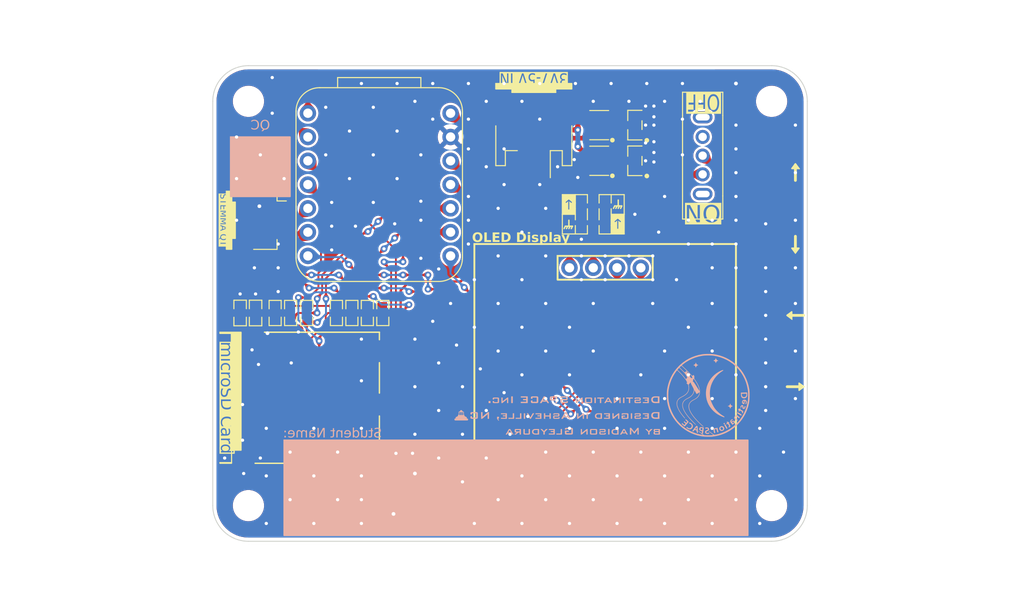
<source format=kicad_pcb>
(kicad_pcb (version 20221018) (generator pcbnew)
  (title_block (title "Destination Weather Station v4.5.2") (date "2024-02-24") (rev "03") (comment 1 "Madison Gleydura") (comment 2 "FINAL VERSION") (comment 3 "2024"))
  (layers (0 "F.Cu" signal) (31 "B.Cu" power) (34 "B.Paste" user) (35 "F.Paste" user) (36 "B.SilkS" user "B.Silkscreen") (37 "F.SilkS" user "F.Silkscreen") (38 "B.Mask" user) (39 "F.Mask" user) (44 "Edge.Cuts" user))
  (net 0 "")
  (net 1 "+3V3")
  (net 2 "GND")
  (net 3 "VCC")
  (net 4 "/OLED1")
  (net 5 "/OLED2")
  (net 6 "/BME_CS")
  (net 7 "/DAT2")
  (net 8 "/DAT1")
  (net 9 "Net-(J1-Pin_1)")
  (net 11 "Net-(J1-Pin_2)")
  (net 12 "/SDA")
  (net 13 "/SCL")
  (net 14 "Net-(SW1-A)")
  (net 15 "/CD")
  (net 16 "/MISO")
  (net 17 "/SCK")
  (net 18 "/MOSI")
  (net 19 "/CS_SD")
  (net 20 "/SW2")
  (net 21 "/SW3")
  (net 22 "/SW4")
  (net 23 "/SW5")
  (footprint "lib_fp:SW_4.5x4.5" (layer "F.Cu") (at 172.085 105.41 -90)
    (fp_text reference "SW5" hide)
    (fp_text value "PTS647SM38SMTR2LFS" hide)
  )
  (footprint "lib_fp:SW_4.5x4.5" (layer "F.Cu") (at 172.085 90.17 -90)
    (fp_text reference "SW3" hide)
    (fp_text value "PTS647SM38SMTR2LFS" hide)
  )
  (footprint "lib_fp:SW_4.5x4.5" (layer "F.Cu") (at 172.085 82.55 -90)
    (fp_text reference "SW2" hide)
    (fp_text value "PTS647SM38SMTR2LFS" hide)
  )
  (footprint "lib_fp:SS-12D07-VG_GA_PA" (layer "F.Cu") (at 165.354 80.73 90)
    (fp_text reference "SW1" hide)
    (fp_text value "SS-12F44-G5" hide)
  )
  (footprint "lib_fp:IRLML6244TRPBF" (layer "F.Cu") (at 158.115 77.47 90)
    (fp_text reference "Q2" hide)
    (fp_text value "IRLML6244TRPBF" hide)
  )
  (footprint "lib_fp:M2.54_NPTH" (layer "F.Cu") (at 116.84 74.93)
    (fp_text reference "H1" hide)
    (fp_text value "M2.5" hide)
  )
  (footprint "lib_fp:ResistorJumper-3" (layer "F.Cu") (at 154.939 86.995 -90)
    (fp_text reference "R12" hide)
    (fp_text value "0R" hide)
  )
  (footprint "lib_fp:CAPC160X80X88L35N" (layer "F.Cu") (at 130.556 118.352 -90)
    (fp_text reference "C2" hide)
    (fp_text value "100nF" hide)
  )
  (footprint "lib_fp:JST-PH-S2B-SM4-TB" (layer "F.Cu") (at 147.32 77.536 180)
    (fp_text reference "J1" hide)
    (fp_text value "S2B-PH-SM4" hide)
  )
  (footprint "lib_fp:SOT23-6P95_280X100L40X37N" (layer "F.Cu") (at 154.305 77.47 90)
    (fp_text reference "Q4" hide)
    (fp_text value "DMP2035UVTQ-7" hide)
  )
  (footprint "lib_fp:MEM2061" (layer "F.Cu") (at 117.279 106.59 -90)
    (fp_text reference "J2" hide)
    (fp_text value "MEM2061" hide)
  )
  (footprint "lib_fp:SW_4.5x4.5" (layer "F.Cu") (at 172.085 97.79 -90)
    (fp_text reference "SW4" hide)
    (fp_text value "PTS647SM38SMTR2LFS" hide)
  )
  (footprint "lib_fp:RESC160X80X55L30N" (layer "F.Cu") (at 137.155 118.364 180)
    (fp_text reference "R10" hide)
    (fp_text value "10K" hide)
  )
  (footprint "lib_fp:RESC160X80X55L30N" (layer "F.Cu") (at 127.889 97.536 -90)
    (fp_text reference "R5" hide)
    (fp_text value "10K" hide)
  )
  (footprint "DS-Master-Logos-and-Graphics:arrow" (layer "F.Cu") (at 156.2862 88.011)
    (fp_text reference "G***" hide)
    (fp_text value "LOGO" hide)
  )
  (footprint "lib_fp:CAPC160X80X88L35N" (layer "F.Cu") (at 117.602 97.536 90)
    (fp_text reference "C4" hide)
    (fp_text value "100nF" hide)
  )
  (footprint "lib_fp:M2.54_NPTH" (layer "F.Cu") (at 172.72 118.11)
    (fp_text reference "H4" hide)
    (fp_text value "M2.5" hide)
  )
  (footprint "lib_fp:RESC160X80X55L30N" (layer "F.Cu") (at 121.343 97.536 -90)
    (fp_text reference "R3" hide)
    (fp_text value "10K" hide)
  )
  (footprint "lib_fp:QtPy" (layer "F.Cu") (at 130.81 83.82)
    (fp_text reference "U1" hide)
    (fp_text value "XIAO RP2040" hide)
  )
  (footprint "lib_fp:JST_SH_SM04B-SRSS-TB" (layer "F.Cu") (at 118.11 87.63 -90)
    (fp_text reference "J3" hide)
    (fp_text value "STEMMA_QT" hide)
  )
  (footprint "lib_fp:RESC160X80X55L30N" (layer "F.Cu") (at 131.191 97.536 -90)
    (fp_text reference "R1" hide)
    (fp_text value "10K" hide)
  )
  (footprint "lib_fp:BME280" (layer "F.Cu") (at 133.35 116.84)
    (fp_text reference "U2" hide)
    (fp_text value "BME280" hide)
  )
  (footprint "lib_fp:IRLML6244TRPBF" (layer "F.Cu") (at 158.115 81.28 90)
    (fp_text reference "Q1" hide)
    (fp_text value "IRLML6244TRPBF" hide)
  )
  (footprint "lib_fp:RESC160X80X55L30N" (layer "F.Cu") (at 119.692 97.536 -90)
    (fp_text reference "R2" hide)
    (fp_text value "10K" hide)
  )
  (footprint "lib_fp:HS96L03W2C03" (layer "F.Cu") (at 154.94 92.71)
    (fp_text reference "U3" hide)
    (fp_text value "HS96L03W2C03" hide)
  )
  (footprint "lib_fp:RESC160X80X55L30N" (layer "F.Cu") (at 137.165 116.84 180)
    (fp_text reference "R9" hide)
    (fp_text value "10K" hide)
  )
  (footprint "DS-Master-Logos-and-Graphics:arrow" (layer "F.Cu") (at 151.0538 85.9536)
    (fp_text reference "G***" hide)
    (fp_text value "LOGO" hide)
  )
  (footprint "lib_fp:RESC160X80X55L30N" (layer "F.Cu") (at 126.238 97.536 -90)
    (fp_text reference "R6" hide)
    (fp_text value "10K" hide)
  )
  (footprint "lib_fp:M2.54_NPTH" (layer "F.Cu") (at 116.84 118.11)
    (fp_text reference "H3" hide)
    (fp_text value "M2.5" hide)
  )
  (footprint "lib_fp:RESC160X80X55L30N" (layer "F.Cu") (at 129.54 97.536 -90)
    (fp_text reference "R7" hide)
    (fp_text value "10K" hide)
  )
  (footprint "lib_fp:ResistorJumper-3" (layer "F.Cu") (at 152.4 86.995 -90)
    (fp_text reference "R11" hide)
    (fp_text value "0R" hide)
  )
  (footprint "lib_fp:RESC160X80X55L30N" (layer "F.Cu") (at 137.165 115.316 180)
    (fp_text reference "R8" hide)
    (fp_text value "10K" hide)
  )
  (footprint "lib_fp:CAPC160X80X88L35N" (layer "F.Cu") (at 130.556 115.316 -90)
    (fp_text reference "C1" hide)
    (fp_text value "10uF" hide)
  )
  (footprint "lib_fp:RESC160X80X55L30N" (layer "F.Cu") (at 123.063 97.536 -90)
    (fp_text reference "R4" hide)
    (fp_text value "10K" hide)
  )
  (footprint "lib_fp:CAPC160X80X88L35N" (layer "F.Cu") (at 115.951 97.536 90)
    (fp_text reference "C3" hide)
    (fp_text value "100nF" hide)
  )
  (footprint "lib_fp:SOT23-6P95_280X100L40X37N" (layer "F.Cu") (at 154.305 81.28 90)
    (fp_text reference "Q3" hide)
    (fp_text value "DMP2035UVTQ-7" hide)
  )
  (footprint "lib_fp:M2.54_NPTH" (layer "F.Cu") (at 172.72 74.93)
    (fp_text reference "H2" hide)
    (fp_text value "M2.5" hide)
  )
  (footprint "lib_fp:ds-silkscreen-logo-10x10" (layer "B.Cu") (at 165.989 106.299 180)
    (fp_text reference "G***" hide)
    (fp_text value "LOGO" hide)
  )
  (footprint "DS-Master-Logos-and-Graphics:avlLogo_2" (layer "B.Cu") (at 139.573 108.458 180)
    (fp_text reference "G***" hide)
    (fp_text value "LOGO" hide)
  )
  (gr_rect locked (start 120.65 111.125) (end 170.18 121.285) (stroke (width 0.15)) (fill solid) (layer "B.SilkS"))
  (gr_rect (start 114.935 78.74) (end 121.285 85.09) (stroke (width 0.15)) (fill solid) (layer "B.SilkS"))
  (gr_line (start 156.21 86.106) (end 156.083 86.36) (stroke (width 0.15)) (layer "F.SilkS"))
  (gr_line (start 163.204 87.503) (end 163.204 85.03) (stroke (width 0.12)) (layer "F.SilkS"))
  (gr_line (start 156.718 86.106) (end 155.956 86.106) (stroke (width 0.15)) (layer "F.SilkS"))
  (gr_rect (start 143.256 73.025) (end 151.38 73.6092) (stroke (width 0.12)) (fill solid) (layer "F.SilkS"))
  (gr_line (start 175.26 83.3755) (end 175.26 81.7245) (stroke (width 0.3)) (layer "F.SilkS"))
  (gr_line (start 150.367 89.095) (end 151.755 89.095) (stroke (width 0.12)) (layer "F.SilkS"))
  (gr_rect (start 113.792 113.5138) (end 115.0366 113.59) (stroke (width 0.12)) (fill solid) (layer "F.SilkS"))
  (gr_line (start 175.26 89.3445) (end 175.26 90.9955) (stroke (width 0.3)) (layer "F.SilkS"))
  (gr_rect (start 113.792 99.59) (end 116.0526 99.7204) (stroke (width 0.12)) (fill solid) (layer "F.SilkS"))
  (gr_line (start 155.585 86.995) (end 156.972 86.995) (stroke (width 0.12)) (layer "F.SilkS"))
  (gr_rect (start 144.98 73.5188) (end 149.66 73.976) (stroke (width 0.12)) (fill solid) (layer "F.SilkS"))
  (gr_rect (start 114.4778 84.5312) (end 115.062 90.7288) (stroke (width 0.12)) (fill solid) (layer "F.SilkS"))
  (gr_line (start 115.0366 113.5138) (end 115.0366 111.9886) (stroke (width 0.12)) (layer "F.SilkS"))
  (gr_line (start 174.3825 105.41) (end 176.0335 105.41) (stroke (width 0.3)) (layer "F.SilkS"))
  (gr_line (start 167.504 73.957) (end 167.504 76.43) (stroke (width 0.12)) (layer "F.SilkS"))
  (gr_line (start 150.367 86.995) (end 151.754 86.995) (stroke (width 0.12)) (layer "F.SilkS"))
  (gr_line (start 163.204 73.957) (end 167.504 73.957) (stroke (width 0.12)) (layer "F.SilkS"))
  (gr_line (start 155.584 87.585) (end 155.584 88.198) (stroke (width 0.12)) (layer "F.SilkS"))
  (gr_line (start 151.755 84.895) (end 150.367 84.895) (stroke (width 0.12)) (layer "F.SilkS"))
  (gr_poly (pts (xy 176.1605 105.41) (xy 175.6525 105.029) (xy 175.6525 105.791)) (stroke (width 0.15)) (fill solid) (layer "F.SilkS"))
  (gr_line (start 151.0665 87.63) (end 151.0665 88.265) (stroke (width 0.15)) (layer "F.SilkS"))
  (gr_line (start 151.755 85.792) (end 151.755 86.405) (stroke (width 0.12)) (layer "F.SilkS"))
  (gr_line (start 156.337 85.471) (end 156.337 86.106) (stroke (width 0.15)) (layer "F.SilkS"))
  (gr_line (start 156.718 86.106) (end 156.591 86.36) (stroke (width 0.15)) (layer "F.SilkS"))
  (gr_line (start 150.6855 88.265) (end 150.5585 88.519) (stroke (width 0.15)) (layer "F.SilkS"))
  (gr_line (start 151.4475 88.265) (end 151.3205 88.519) (stroke (width 0.15)) (layer "F.SilkS"))
  (gr_line (start 155.584 84.895) (end 156.972 84.895) (stroke (width 0.12)) (layer "F.SilkS"))
  (gr_line (start 150.367 84.895) (end 150.367 86.995) (stroke (width 0.12)) (layer "F.SilkS"))
  (gr_poly (pts (xy 174.3595 97.79) (xy 174.8675 98.171) (xy 174.8675 97.409)) (stroke (width 0.15)) (fill solid) (layer "F.SilkS"))
  (gr_poly (pts (xy 175.26 81.5975) (xy 174.879 82.1055) (xy 175.641 82.1055)) (stroke (width 0.15)) (fill solid) (layer "F.SilkS"))
  (gr_rect (start 115.0112 99.7204) (end 116.0526 112.1918) (stroke (width 0.12)) (fill solid) (layer "F.SilkS"))
  (gr_line (start 156.972 84.895) (end 156.972 86.995) (stroke (width 0.12)) (layer "F.SilkS"))
  (gr_line (start 150.9395 88.265) (end 150.8125 88.519) (stroke (width 0.15)) (layer "F.SilkS"))
  (gr_rect (start 114.8662 85.69) (end 115.425 89.57) (stroke (width 0.12)) (fill solid) (layer "F.SilkS"))
  (gr_line (start 163.204 76.43) (end 163.204 73.957) (stroke (width 0.12)) (layer "F.SilkS"))
  (gr_line (start 156.464 86.106) (end 156.337 86.36) (stroke (width 0.15)) (layer "F.SilkS"))
  (gr_line (start 156.972 86.995) (end 156.972 89.095) (stroke (width 0.12)) (layer "F.SilkS"))
  (gr_line (start 176.1375 97.79) (end 174.4865 97.79) (stroke (width 0.3)) (layer "F.SilkS"))
  (gr_line (start 150.367 86.995) (end 150.367 89.095) (stroke (width 0.12)) (layer "F.SilkS"))
  (gr_line (start 155.956 86.106) (end 155.829 86.36) (stroke (width 0.15)) (layer "F.SilkS"))
  (gr_line (start 167.504 87.503) (end 163.204 87.503) (stroke (width 0.12)) (layer "F.SilkS"))
  (gr_line (start 156.972 89.095) (end 155.584 89.095) (stroke (width 0.12)) (layer "F.SilkS"))
  (gr_line (start 151.4475 88.265) (end 150.6855 88.265) (stroke (width 0.15)) (layer "F.SilkS"))
  (gr_poly (pts (xy 175.26 91.1225) (xy 175.641 90.6145) (xy 174.879 90.6145)) (stroke (width 0.15)) (fill solid) (layer "F.SilkS"))
  (gr_line (start 151.1935 88.265) (end 151.0665 88.519) (stroke (width 0.15)) (layer "F.SilkS"))
  (gr_line (start 167.504 85.03) (end 167.504 87.503) (stroke (width 0.12)) (layer "F.SilkS"))
  (gr_line locked (start 172.72 71.12) (end 116.84 71.12) (stroke (width 0.1)) (layer "Edge.Cuts"))
  (gr_arc locked (start 113.03 74.93) (mid 114.145923 72.235923) (end 116.84 71.12) (stroke (width 0.1)) (layer "Edge.Cuts"))
  (gr_line locked (start 113.03 118.11) (end 113.03 74.93) (stroke (width 0.1)) (layer "Edge.Cuts"))
  (gr_arc locked (start 116.84 121.92) (mid 114.145923 120.804077) (end 113.03 118.11) (stroke (width 0.1)) (layer "Edge.Cuts"))
  (gr_line locked (start 172.72 121.92) (end 116.84 121.92) (stroke (width 0.1)) (layer "Edge.Cuts"))
  (gr_line locked (start 176.53 118.11) (end 176.53 74.93) (stroke (width 0.1)) (layer "Edge.Cuts"))
  (gr_arc locked (start 172.72 71.12) (mid 175.414077 72.235923) (end 176.53 74.93) (stroke (width 0.1)) (layer "Edge.Cuts"))
  (gr_arc locked (start 176.53 118.11) (mid 175.414077 120.804077) (end 172.72 121.92) (stroke (width 0.1)) (layer "Edge.Cuts"))
  (gr_text "Student Name:" (at 120.523 110.998) (layer "B.SilkS") (effects (font (size 1 1)) (justify right bottom mirror)))
  (gr_text "QC" (at 118.11 78.105) (layer "B.SilkS") (effects (font (size 1 1)) (justify bottom mirror)))
  (gr_text "microSD Card" (at 114.427 106.59 270) (layer "F.SilkS" knockout) (effects (font (size 1.25 1.25))))
  (gr_text "Destination Weather Station \nv4.5.2 2024-02-24" (at 140.716 119.888) (layer "F.SilkS") (effects (font (size 1 1)) (justify left)))
  (gr_text "OLED Display" (at 140.716 89.535) (layer "F.SilkS") (effects (font (size 1 1) (thickness 0.25) bold) (justify left)))
  (gr_text "ON" (at 165.354 85.6996 180) (layer "F.SilkS" knockout) (effects (font (size 1.8 1.8)) (justify bottom)))
  (gr_text "BME280" (at 133.35 120.65) (layer "F.SilkS") (effects (font (size 1 1))))
  (gr_text "3V7-5V IN" (at 147.2946 72.4662 180) (layer "F.SilkS" knockout) (effects (font (size 1.25 1.04))))
  (gr_text "OFF" (at 165.4556 73.8886 180) (layer "F.SilkS" knockout) (effects (font (size 1.8 1.3)) (justify bottom)))
  (gr_text "STEMMA QT" (at 114.1222 87.5792 270) (layer "F.SilkS" knockout) (effects (font (size 0.665 0.665))))
  (gr_text_box "Destination SPACE Inc.\nDesigned in Asheville, NC\nby Madison Gleydura" (start 139.446 105.41) (end 161.671 111.125) (layer "B.SilkS") (effects (font (size 1 1)) (justify left top mirror)))
  (segment (start 132.594 112.528) (end 133.096 112.026) (width 0.25) (layer "F.Cu") (net 1))
  (segment (start 117.856 105.2068) (end 117.856 110.3376) (width 0.25) (layer "F.Cu") (net 1))
  (segment (start 115.951 98.286) (end 117.602 98.286) (width 0.2) (layer "F.Cu") (net 1))
  (segment (start 130.556 114.566) (end 131.855 115.865) (width 0.25) (layer "F.Cu") (net 1))
  (segment (start 173.685 87.545) (end 173.685 92.795) (width 0.25) (layer "F.Cu") (net 1))
  (segment (start 119.610736 87.13) (end 118.491 88.249736) (width 0.2) (layer "F.Cu") (net 1))
  (segment (start 130.556 114.566) (end 132.594 112.528) (width 0.25) (layer "F.Cu") (net 1))
  (segment (start 115.951 103.3018) (end 117.856 105.2068) (width 0.25) (layer "F.Cu") (net 1))
  (segment (start 126.238 96.781) (end 129.54 96.781) (width 0.2) (layer "F.Cu") (net 1))
  (segment (start 159.0167 88.5317) (end 159.004 88.5444) (width 0.25) (layer "F.Cu") (net 1))
  (segment (start 129.54 96.781) (end 131.191 96.781) (width 0.2) (layer "F.Cu") (net 1))
  (segment (start 130.993 117.165) (end 132.325 117.165) (width 0.25) (layer "F.Cu") (net 1))
  (segment (start 115.951 103.251) (end 115.951 103.3018) (width 0.2) (layer "F.Cu") (net 1))
  (segment (start 151.271 85.485) (end 150.486 84.7) (width 0.25) (layer "F.Cu") (net 1))
  (segment (start 132.969 116.8146) (end 132.6186 117.165) (width 0.25) (layer "F.Cu") (net 1))
  (segment (start 152.4 85.485) (end 152.4114 85.485) (width 0.2) (layer "F.Cu") (net 1))
  (segment (start 152.4 85.485) (end 151.271 85.485) (width 0.25) (layer "F.Cu") (net 1))
  (segment (start 118.352 97.536) (end 117.602 98.286) (width 0.25) (layer "F.Cu") (net 1))
  (segment (start 119.6772 105.2068) (end 119.679 105.205) (width 0.2) (layer "F.Cu") (net 1))
  (segment (start 119.692 96.781) (end 118.937 97.536) (width 0.25) (layer "F.Cu") (net 1))
  (segment (start 164.465 93.98) (end 173.685 93.98) (width 0.25) (layer "F.Cu") (net 1))
  (segment (start 154.9794 88.5444) (end 154.94 88.505) (width 0.25) (layer "F.Cu") (net 1))
  (segment (start 173.685 100.415) (end 173.685 102.785) (width 0.25) (layer "F.Cu") (net 1))
  (segment (start 173.685 95.165) (end 173.685 100.415) (width 0.25) (layer "F.Cu") (net 1))
  (segment (start 173.685 79.925) (end 173.685 85.175) (width 0.25) (layer "F.Cu") (net 1))
  (segment (start 159.004 88.5444) (end 154.9794 88.5444) (width 0.25) (layer "F.Cu") (net 1))
  (segment (start 115.951 98.286) (end 115.951 103.251) (width 0.25) (layer "F.Cu") (net 1))
  (segment (start 137.91 118.364) (end 137.91 117.602) (width 0.25) (layer "F.Cu") (net 1))
  (segment (start 132.6186 117.165) (end 132.325 117.165) (width 0.25) (layer "F.Cu") (net 1))
  (segment (start 119.692 96.781) (end 126.238 96.781) (width 0.2) (layer "F.Cu") (net 1))
  (segment (start 157.099 84.709) (end 159.0167 86.6267) (width 0.2) (layer "F.Cu") (net 1))
  (segment (start 118.2624 110.744) (end 133.096 110.744) (width 0.25) (layer "F.Cu") (net 1))
  (segment (start 117.856 105.2068) (end 119.6772 105.2068) (width 0.25) (layer "F.Cu") (net 1))
  (segment (start 131.855 115.865) (end 132.325 115.865) (width 0.25) (layer "F.Cu") (net 1))
  (segment (start 133.096 112.026) (end 133.096 110.744) (width 0.25) (layer "F.Cu") (net 1))
  (segment (start 132.325 115.865) (end 132.629 115.865) (width 0.25) (layer "F.Cu") (net 1))
  (segment (start 118.491 88.249736) (end 118.491 95.58) (width 0.2) (layer "F.Cu") (net 1))
  (segment (start 118.937 97.536) (end 118.352 97.536) (width 0.25) (layer "F.Cu") (net 1))
  (segment (start 134.366 112.522) (end 135.126 112.522) (width 0.25) (layer "F.Cu") (net 1))
  (segment (start 173.685 85.175) (end 173.685 87.545) (width 0.25) (layer "F.Cu") (net 1))
  (segment (start 132.969 116.205) (end 132.969 116.8146) (width 0.25) (layer "F.Cu") (net 1))
  (segment (start 137.91 115.326) (end 137.92 115.316) (width 0.2) (layer "F.Cu") (net 1))
  (segment (start 133.096 95.123) (end 134.047 94.172) (width 0.25) (layer "F.Cu") (net 1))
  (segment (start 134.047 94.172) (end 139.508 94.172) (width 0.25) (layer "F.Cu") (net 1))
  (segment (start 141.85 84.7) (end 138.43 81.28) (width 0.25) (layer "F.Cu") (net 1))
  (segment (start 137.91 117.602) (end 137.91 115.326) (width 0.25) (layer "F.Cu") (net 1))
  (segment (start 118.491 95.58) (end 119.692 96.781) (width 0.2) (layer "F.Cu") (net 1))
  (segment (start 132.629 115.865) (end 132.969 116.205) (width 0.25) (layer "F.Cu") (net 1))
  (segment (start 135.126 112.522) (end 137.92 115.316) (width 0.25) (layer "F.Cu") (net 1))
  (segment (start 150.486 84.7) (end 141.85 84.7) (width 0.25) (layer "F.Cu") (net 1))
  (segment (start 120.11 87.13) (end 119.610736 87.13) (width 0.2) (layer "F.Cu") (net 1))
  (segment (start 152.4114 85.485) (end 153.1874 84.709) (width 0.2) (layer "F.Cu") (net 1))
  (segment (start 133.096 110.744) (end 133.096 95.123) (width 0.25) (layer "F.Cu") (net 1))
  (segment (start 153.1874 84.709) (end 157.099 84.709) (width 0.2) (layer "F.Cu") (net 1))
  (segment (start 173.685 93.98) (end 173.685 95.165) (width 0.25) (layer "F.Cu") (net 1))
  (segment (start 173.685 92.795) (end 173.685 93.98) (width 0.25) (layer "F.Cu") (net 1))
  (segment (start 141.85 91.83) (end 141.85 84.7) (width 0.25) (layer "F.Cu") (net 1))
  (segment (start 117.856 110.3376) (end 118.2624 110.744) (width 0.25) (layer "F.Cu") (net 1))
  (segment (start 159.0167 88.5317) (end 164.465 93.98) (width 0.25) (layer "F.Cu") (net 1))
  (segment (start 139.508 94.172) (end 141.85 91.83) (width 0.25) (layer "F.Cu") (net 1))
  (segment (start 159.0167 86.6267) (end 159.0167 88.5317) (width 0.2) (layer "F.Cu") (net 1))
  (segment (start 130.556 117.602) (end 130.993 117.165) (width 0.25) (layer "F.Cu") (net 1))
  (segment (start 173.685 102.785) (end 173.685 108.035) (width 0.25) (layer "F.Cu") (net 1))
  (segment (start 120.11 87.13) (end 120.62 87.13) (width 0.2) (layer "F.Cu") (net 1))
  (via (at 132.594 112.528) (size 0.7) (drill 0.35) (layers "F.Cu" "B.Cu") (net 1))
  (via (at 134.366 112.522) (size 0.7) (drill 0.35) (layers "F.Cu" "B.Cu") (net 1))
  (segment (start 134.36 112.528) (end 134.366 112.522) (width 0.25) (layer "B.Cu") (net 1))
  (segment (start 132.594 112.528) (end 134.36 112.528) (width 0.25) (layer "B.Cu") (net 1))
  (segment (start 131.005 116.515) (end 132.325 116.515) (width 0.2) (layer "F.Cu") (net 2))
  (segment (start 134.4 115.84) (end 134.375 115.865) (width 0.2) (layer "F.Cu") (net 2))
  (segment (start 115.951 96.786) (end 115.951 95.504) (width 0.2) (layer "F.Cu") (net 2))
  (segment (start 132.334 118.999) (end 132.231 119.102) (width 0.2) (layer "F.Cu") (net 2))
  (segment (start 120.11 86.13) (end 118.0098 86.13) (width 0.2) (layer "F.Cu") (net 2))
  (segment (start 154.9794 85.485) (end 154.94 85.485) (width 0.2) (layer "F.Cu") (net 2))
  (segment (start 132.325 118.99) (end 132.325 117.815) (width 0.2) (layer "F.Cu") (net 2))
  (segment (start 116.279 114.628) (end 116.332 114.681) (width 0.2) (layer "F.Cu") (net 2))
  (segment (start 130.556 116.078) (end 130.556 116.066) (width 0.2) (layer "F.Cu") (net 2))
  (segment (start 152.4 88.505) (end 152.4 89.662) (width 0.2) (layer "F.Cu") (net 2))
  (segment (start 116.279 113.165) (end 116.279 114.628) (width 0.2) (layer "F.Cu") (net 2))
  (segment (start 132.231 119.102) (end 130.556 119.102) (width 0.2) (layer "F.Cu") (net 2))
  (segment (start 117.599 99.695) (end 117.279 100.015) (width 0.25) (layer "F.Cu") (net 2))
  (segment (start 134.62 114.681) (end 134.62 115.62) (width 0.25) (layer "F.Cu") (net 2))
  (segment (start 118.872 99.695) (end 117.599 99.695) (width 0.25) (layer "F.Cu") (net 2))
  (segment (start 130.556 116.066) (end 131.005 116.515) (width 0.2) (layer "F.Cu") (net 2))
  (segment (start 132.334 118.999) (end 132.325 118.99) (width 0.2) (layer "F.Cu") (net 2))
  (segment (start 118.0098 86.13) (end 118.0084 86.1314) (width 0.2) (layer "F.Cu") (net 2))
  (segment (start 117.602 96.786) (end 117.602 95.504) (width 0.2) (layer "F.Cu") (net 2))
  (segment (start 117.279 101.415) (end 117.221 101.473) (width 0.2) (layer "F.Cu") (net 2))
  (segment (start 117.943 103.005) (end 117.914 103.034) (width 0.2) (layer "F.Cu") (net 2))
  (segment (start 134.62 115.62) (end 134.375 115.865) (width 0.25) (layer "F.Cu") (net 2))
  (via (at 140.335 90.17) (size 0.7) (drill 0.35) (layers "F.Cu" "B.Cu") (net 2))
  (via (at 117.475 92.71) (size 0.7) (drill 0.35) (layers "F.Cu" "B.Cu") (net 2))
  (via (at 165.1 74.93) (size 0.7) (drill 0.35) (layers "F.Cu" "B.Cu") (net 2))
  (via (at 132.715 78.105) (size 0.7) (drill 0.35) (layers "F.Cu" "B.Cu") (net 2))
  (via (at 168.91 92.71) (size 0.7) (drill 0.35) (layers "F.Cu" "B.Cu") (net 2))
  (via (at 172.085 92.71) (size 0.7) (drill 0.35) (layers "F.Cu" "B.Cu") (net 2))
  (via (at 166.37 101.6) (size 0.7) (drill 0.35) (layers "F.Cu" "B.Cu") (net 2))
  (via (at 146.05 99.06) (size 0.7) (drill 0.35) (layers "F.Cu" "B.Cu") (net 2))
  (via (at 152.4 91.44) (size 0.7) (drill 0.35) (layers "F.Cu" "B.Cu") (net 2))
  (via (at 117.602 95.504) (size 0.7) (drill 0.35) (layers "F.Cu" "B.Cu") (net 2))
  (via (at 172.085 102.87) (size 0.7) (drill 0.35) (layers "F.Cu" "B.Cu") (net 2))
  (via (at 140.97 93.98) (size 0.7) (drill 0.35) (layers "F.Cu" "B.Cu") (net 2))
  (via (at 137.16 107.95) (size 0.7) (drill 0.35) (layers "F.Cu" "B.Cu") (net 2))
  (via (at 125.73 88.265) (size 0.7) (drill 0.35) (layers "F.Cu" "B.Cu") (net 2))
  (via (at 147.955 76.835) (size 0.7) (drill 0.35) (layers "F.Cu" "B.Cu") (net 2))
  (via (at 160.655 88.9) (size 0.7) (drill 0.35) (layers "F.Cu" "B.Cu") (net 2))
  (via (at 127.635 78.105) (size 0.7) (drill 0.35) (layers "F.Cu" "B.Cu") (net 2))
  (via (at 130.175 80.645) (size 0.7) (drill 0.35) (layers "F.Cu" "B.Cu") (net 2))
  (via (at 158.75 104.14) (size 0.7) (drill 0.35) (layers "F.Cu" "B.Cu") (net 2))
  (via (at 128.905 100.33) (size 0.7) (drill 0.35) (layers "F.Cu" "B.Cu") (net 2))
  (via (at 146.05 104.14) (size 0.7) (drill 0.35) (layers "F.Cu" "B.Cu") (net 2))
  (via (at 160.147 76.581) (size 0.7) (drill 0.35) (layers "F.Cu" "B.Cu") (net 2))
  (via (at 168.91 77.47) (size 0.7) (drill 0.35) (layers "F.Cu" "B.Cu") (net 2))
  (via (at 134.62 105.41) (size 0.7) (drill 0.35) (layers "F.Cu" "B.Cu") (net 2))
  (via (at 166.37 96.52) (size 0.7) (drill 0.35) (layers "F.Cu" "B.Cu") (net 2))
  (via (at 140.335 73.025) (size 0.7) (drill 0.35) (layers "F.Cu" "B.Cu") (net 2))
  (via (at 128.905 109.855) (size 0.7) (drill 0.35) (layers "F.Cu" "B.Cu") (net 2))
  (via (at 168.91 112.395) (size 0.7) (drill 0.35) (layers "F.Cu" "B.Cu") (net 2))
  (via (at 135.255 80.645) (size 0.7) (drill 0.35) (layers "F.Cu" "B.Cu") (net 2))
  (via (at 157.48 74.93) (size 0.7) (drill 0.35) (layers "F.Cu" "B.Cu") (net 2))
  (via (at 168.91 82.55) (size 0.7) (drill 0.35) (layers "F.Cu" "B.Cu") (net 2))
  (via (at 137.16 92.837) (size 0.7) (drill 0.35) (layers "F.Cu" "B.Cu") (net 2))
  (via (at 139.065 100.965) (size 0.7) (drill 0.35) (layers "F.Cu" "B.Cu") (net 2))
  (via (at 151.13 109.855) (size 0.7) (drill 0.35) (layers "F.Cu" "B.Cu") (net 2))
  (via (at 117.914 103.034) (size 0.7) (drill 0.35) (layers "F.Cu" "B.Cu") (net 2))
  (via (at 116.332 114.681) (size 0.7) (drill 0.35) (layers "F.Cu" "B.Cu") (net 2))
  (via (at 159.258 79.375) (size 0.7) (drill 0.35) (layers "F.Cu" "B.Cu") (net 2))
  (via (at 134.62 100.33) (size 0.7) (drill 0.35) (layers "F.Cu" "B.Cu") (net 2))
  (via (at 153.67 101.6) (size 0.7) (drill 0.35) (layers "F.Cu" "B.Cu") (net 2))
  (via (at 166.37 120.015) (size 0.7) (drill 0.35) (layers "F.Cu" "B.Cu") (net 2))
  (via (at 115.951 95.504) (size 0.7) (drill 0.35) (layers "F.Cu" "B.Cu") (net 2))
  (via (at 172.085 100.33) (size 0.7) (drill 0.35) (layers "F.Cu" "B.Cu") (net 2))
  (via (at 148.59 112.395) (size 0.7) (drill 0.35) (layers "F.Cu" "B.Cu") (net 2))
  (via (at 172.085 107.95) (size 0.7) (drill 0.35) (layers "F.Cu" "B.Cu") (net 2))
  (via (at 166.37 92.71) (size 0.7) (drill 0.35) (layers "F.Cu" "B.Cu") (net 2))
  (via (at 161.29 120.015) (size 0.7) (drill 0.35) (layers "F.Cu" "B.Cu") (net 2))
  (via (at 123.825 109.855) (size 0.7) (drill 0.35) (layers "F.Cu" "B.Cu") (net 2))
  (via (at 136.525 76.835) (size 0.7) (drill 0.35) (layers "F.Cu" "B.Cu") (net 2))
  (via (at 140.335 80.01) (size 0.7) (drill 0.35) (layers "F.Cu" "B.Cu") (net 2))
  (via (at 168.91 104.14) (size 0.7) (drill 0.35) (layers "F.Cu" "B.Cu") (net 2))
  (via (at 115.57 83.185) (size 0.7) (drill 0.35) (layers "F.Cu" "B.Cu") (net 2))
  (via (at 148.59 117.475) (size 0.7) (drill 0.35) (layers "F.Cu" "B.Cu") (net 2))
  (via (at 175.26 96.52) (size 0.7) (drill 0.35) (layers "F.Cu" "B.Cu") (net 2))
  (via (at 153.67 96.52) (size 0.7) (drill 0.35) (layers "F.Cu" "B.Cu") (net 2))
  (via (at 171.45 109.855) (size 0.7) (drill 0.35) (layers "F.Cu" "B.Cu") (net 2))
  (via (at 168.91 80.01) (size 0.7) (drill 0.35) (layers "F.Cu" "B.Cu") (net 2))
  (via (at 172.085 88.011) (size 0.7) (drill 0.35) (layers "F.Cu" "B.Cu") (net 2))
  (via (at 114.3 113.03) (size 0.7) (drill 0.35) (layers "F.Cu" "B.Cu") (net 2))
  (via (at 119.38 76.2) (size 0.7) (drill 0.35) (layers "F.Cu" "B.Cu") (net 2))
  (via (at 134.62 74.93) (size 0.7) (drill 0.35) (layers "F.Cu" "B.Cu") (net 2))
  (via (at 161.29 109.855) (size 0.7) (drill 0.35) (layers "F.Cu" "B.Cu") (net 2))
  (via (at 173.99 112.395) (size 0.7) (drill 0.35) (layers "F.Cu" "B.Cu") (net 2))
  (via (at 132.334 118.999) (size 1) (drill 0.4) (layers "F.Cu" "B.Cu") (net 2))
  (via (at 118.11 80.645) (size 0.7) (drill 0.35) (layers "F.Cu" "B.Cu") (net 2))
  (via (at 168.91 85.09) (size 0.7) (drill 0.35) (layers "F.Cu" "B.Cu") (net 2))
  (via (at 146.05 93.98) (size 0.7) (drill 0.35) (layers "F.Cu" "B.Cu") (net 2))
  (via (at 142.24 81.915) (size 0.7) (drill 0.35) (layers "F.Cu" "B.Cu") (net 2))
  (via (at 118.11 113.03) (size 0.7) (drill 0.35) (layers "F.Cu" "B.Cu") (net 2))
  (via (at 160.147 81.407) (size 0.7) (drill 0.35) (layers "F.Cu" "B.Cu") (net 2))
  (via (at 135.255 85.598) (size 0.7) (drill 0.35) (layers "F.Cu" "B.Cu") (net 2))
  (via (at 142.24 107.95) (size 0.7) (drill 0.35) (layers "F.Cu" "B.Cu") (net 2))
  (via (at 160.147 79.248) (size 0.7) (drill 0.35) (layers "F.Cu" "B.Cu") (net 2))
  (via (at 137.16 102.87) (size 0.7) (drill 0.35) (layers "F.Cu" "B.Cu") (net 2))
  (via (at 168.91 87.63) (size 0.7) (drill 0.35) (layers "F.Cu" "B.Cu") (net 2))
  (via (at 118.745 109.855) (size 0.7) (drill 0.35) (layers "F.Cu" "B.Cu") (net 2))
  (via (at 115.57 87.63) (size 0.7) (drill 0.35) (layers "F.Cu" "B.Cu") (net 2))
  (via (at 158.115 86.995) (size 0.7) (drill 0.35) (layers "F.Cu" "B.Cu") (net 2))
  (via (at 147.955 73.025) (size 0.7) (drill 0.35) (layers "F.Cu" "B.Cu") (net 2))
  (via (at 161.29 74.93) (size 0.7) (drill 0.35) (layers "F.Cu" "B.Cu") (net 2))
  (via (at 160.02 91.44) (size 0.7) (drill 0.35) (layers "F.Cu" "B.Cu") (net 2))
  (via (at 172.085 97.79) (size 0.7) (drill 0.35) (layers "F.Cu" "B.Cu") (net 2))
  (via (at 126.365 117.475) (size 0.7) (drill 0.35) (layers "F.Cu" "B.Cu") (net 2))
  (via (at 118.745 114.935) (size 0.7) (drill 0.35) (layers "F.Cu" "B.Cu") (net 2))
  (via (at 152.019 83.058) (size 0.7) (drill 0.35) (layers "F.Cu" "B.Cu") (net 2))
  (via (at 127.635 83.185) (size 0.7) (drill 0.35) (layers "F.Cu" "B.Cu") (net 2))
  (via (at 162.56 93.98) (size 0.7) (drill 0.35) (layers "F.Cu" "B.Cu") (net 2))
  (via (at 142.24 113.03) (size 0.7) (drill 0.35) (layers "F.Cu" "B.Cu") (net 2))
  (via (at 166.37 87.63) (size 0.7) (drill 0.35) (layers "F.Cu" "B.Cu") (net 2))
  (via (at 128.905 104.775) (size 0.7) (drill 0.35) (layers "F.Cu" "B.Cu") (net 2))
  (via (at 175.26 82.55) (size 0.7) (drill 0.35) (layers "F.Cu" "B.Cu") (net 2))
  (via (at 160.147 75.438) (size 0.7) (drill 0.35) (layers "F.Cu" "B.Cu") (net 2))
  (via (at 151.13 120.015) (size 0.7) (drill 0.35) (layers "F.Cu" "B.Cu") (net 2))
  (via (at 172.085 105.41) (size 0.7) (drill 0.35) (layers "F.Cu" "B.Cu") (net 2))
  (via (at 146.05 74.93) (size 0.7) (drill 0.35) (layers "F.Cu" "B.Cu") (net 2))
  (via (at 168.91 73.025) (size 0.8) (drill 0.4) (layers "F.Cu" "B.Cu") (net 2))
  (via (at 175.26 92.71) (size 0.7) (drill 0.35) (layers "F.Cu" "B.Cu") (net 2))
  (via (at 153.67 112.395) (size 0.7) (drill 0.35) (layers "F.Cu" "B.Cu") (net 2))
  (via (at 163.83 112.395) (size 0.7) (drill 0.35) (layers "F.Cu" "B.Cu") (net 2))
  (via (at 175.26 77.47) (size 0.7) (drill 0.35) (layers "F.Cu" "B.Cu") (net 2))
  (via (at 130.175 85.725) (size 0.7) (drill 0.35) (layers "F.Cu" "B.Cu") (net 2))
  (via (at 160.147 77.47) (size 0.7) (drill 0.35) (layers "F.Cu" "B.Cu") (net 2))
  (via (at 143.51 101.6) (size 0.7) (drill 0.35) (layers "F.Cu" "B.Cu") (net 2))
  (via (at 172.085 95.25) (size 0.7) (drill 0.35) (layers "F.Cu" "B.Cu") (net 2))
  (via (at 159.385 73.025) (size 0.7) (drill 0.35) (layers "F.Cu" "B.Cu") (net 2))
  (via (at 120.015 95.25) (size 0.7) (drill 0.35) (layers "F.Cu" "B.Cu") (net 2))
  (via (at 152.4 93.98) (size 0.7) (drill 0.35) (layers "F.Cu" "B.Cu") (net 2))
  (via (at 163.195 76.835) (size 0.7) (drill 0.35) (layers "F.Cu" "B.Cu") (net 2))
  (via (at 163.195 80.645) (size 0.7) (drill 0.35) (layers "F.Cu" "B.Cu") (net 2))
  (via (at 125.095 80.645) (size 0.7) (drill 0.35) (layers "F.Cu" "B.Cu") (net 2))
  (via (at 148.59 96.52) (size 0.7) (drill 0.35) (layers "F.Cu" "B.Cu") (net 2))
  (via (at 168.91 99.06) (size 0.7) (drill 0.35) (layers "F.Cu" "B.Cu") (net 2))
  (via (at 151.765 73.025) (size 0.7) (drill 0.35) (layers "F.Cu" "B.Cu") (net 2))
  (via (at 171.45 120.015) (size 0.7) (drill 0.35) (layers "F.Cu" "B.Cu") (net 2))
  (via (at 142.24 74.93) (size 0.7) (drill 0.35) (layers "F.Cu" "B.Cu") (net 2))
  (via (at 175.26 87.63) (size 0.7) (drill 0.35) (layers "F.Cu" "B.Cu") (net 2))
  (via (at 135.255 87.63) (size 0.7) (drill 0.35) (layers "F.Cu" "B.Cu") (net 2))
  (via (at 144.145 80.01) (size 0.7) (drill 0.35) (layers "F.Cu" "B.Cu") (net 2))
  (via (at 151.638 81.153) (size 0.7) (drill 0.35) (layers "F.Cu" "B.Cu") (net 2))
  (via (at 144.145 83.82) (size 0.7) (drill 0.35) (layers "F.Cu" "B.Cu") (net 2))
  (via (at 148.59 91.44) (size 0.7) (drill 0.35) (layers "F.Cu" "B.Cu") (net 2))
  (via (at 151.13 99.06) (size 0.7) (drill 0.35) (layers "F.Cu" "B.Cu") (net 2))
  (via (at 163.83 104.14) (size 0.7) (drill 0.35) (layers "F.Cu" "B.Cu") (net 2))
  (via (at 138.43 96.52) (size 0.7) (drill 0.35) (layers "F.Cu" "B.Cu") (net 2))
  (via (at 132.715 83.185) (size 0.7) (drill 0.35) (layers "F.Cu" "B.Cu") (net 2))
  (via (at 135.255 91.694) (size 0.7) (drill 0.35) (layers "F.Cu" "B.Cu") (net 2))
  (via (at 168.91 117.475) (size 0.7) (drill 0.35) (layers "F.Cu" "B.Cu") (net 2))
  (via (at 134.62 110.49) (size 0.7) (drill 0.35) (layers "F.Cu" "B.Cu") (net 2))
  (via (at 146.685 108.585) (size 0.7) (drill 0.35) (layers "F.Cu" "B.Cu") (net 2))
  (via (at 144.145 73.025) (size 0.7) (drill 0.35) (layers "F.Cu" "B.Cu") (net 2))
  (via (at 121.285 112.395) (size 0.7) (drill 0.35) (layers "F.Cu" "B.Cu") (net 2))
  (via (at 132.715 73.025) (size 0.7) (drill 0.35) (layers "F.Cu" "B.Cu") (net 2))
  (via (at 146.05 114.935) (size 0.7) (drill 0.35) (layers "F.Cu" "B.Cu") (net 2))
  (via (at 146.05 120.015) (size 0.7) (drill 0.35) (layers "F.Cu" "B.Cu") (net 2))
  (via (at 123.825 114.935) (size 0.7) (drill 0.35) (layers "F.Cu" "B.Cu") (net 2))
  (via (at 168.91 90.17) (size 0.7) (drill 0.35) (layers "F.Cu" "B.Cu") (net 2))
  (via (at 166.37 109.855) (size 0.7) (drill 0.35) (layers "F.Cu" "B.Cu") (net 2))
  (via (at 156.21 114.935) (size 0.7) (drill 0.35) (layers "F.Cu" "B.Cu") (net 2))
  (via (at 160.147 80.391) (size 0.7) (drill 0.35) (layers "F.Cu" "B.Cu") (net 2))
  (via (at 136.525 98.425) (size 0.7) (drill 0.35) (layers "F.Cu" "B.Cu") (net 2))
  (via (at 146.05 88.9) (size 0.7) (drill 0.35) (layers "F.Cu" "B.Cu") (net 2))
  (via (at 140.335 76.835) (size 0.7) (drill 0.35) (layers "F.Cu" "B.Cu") (net 2))
  (via (at 152.4 89.662) (size 0.7) (drill 0.35) (layers "F.Cu" "B.Cu") (net 2))
  (via (at 122.174 99.568) (size 0.7) (drill 0.35) (layers "F.Cu" "B.Cu") (net 2))
  (via (at 118.745 120.015) (size 0.7) (drill 0.35) (layers "F.Cu" "B.Cu") (net 2))
  (via (at 156.21 109.855) (size 0.7) (drill 0.35) (layers "F.Cu" "B.Cu") (net 2))
  (via (at 143.51 86.36) (size 0.7) (drill 0.35) (layers "F.Cu" "B.Cu") (net 2))
  (via (at 120.015 92.71) (size 0.7) (drill 0.35) (layers "F.Cu" "B.Cu") (net 2))
  (via (at 157.48 91.44) (size 0.7) (drill 0.35) (layers "F.Cu" "B.Cu") (net 2))
  (via (at 128.905 114.935) (size 0.7) (drill 0.35) (layers "F.Cu" "B.Cu") (net 2))
  (via (at 136.525 73.025) (size 0.7) (drill 0.35) (layers "F.Cu" "B.Cu") (net 2))
  (via (at 115.57 78.74) (size 0.7) (drill 0.35) (layers "F.Cu" "B.Cu") (net 2))
  (via (at 143.51 117.475) (size 0.7) (drill 0.35) (layers "F.Cu" "B.Cu") (net 2))
  (via (at 159.258 75.438) (size 0.7) (drill 0.35) (layers "F.Cu" "B.Cu") (net 2))
  (via (at 130.175 75.565) (size 0.7) (drill 0.35) (layers "F.Cu" "B.Cu") (net 2))
  (via (at 132.461 88.011) (size 0.7) (drill 0.35) (layers "F.Cu" "B.Cu") (net 2))
  (via (at 137.16 113.03) (size 0.7) (drill 0.35) (layers "F.Cu" "B.Cu") (net 2))
  (via (at 119.38 72.39) (size 0.7) (drill 0.35) (layers "F.Cu" "B.Cu") (net 2))
  (via (at 128.905 117.475) (size 0.7) (drill 0.35) (layers "F.Cu" "B.Cu") (net 2))
  (via (at 154.94 93.98) (size 0.7) (drill 0.35) (layers "F.Cu" "B.Cu") (net 2))
  (via (at 161.29 85.09) (size 0.7) (drill 0.35) (layers "F.Cu" "B.Cu") (net 2))
  (via (at 148.59 86.36) (size 0.7) (drill 0.35) (layers "F.Cu" "B.Cu") (net 2))
  (via (at 163.83 90.17) (size 0.7) (drill 0.35) (layers "F.Cu" "B.Cu") (net 2))
  (via (at 156.21 106.68) (size 0.7) (drill 0.35) (layers "F.Cu" "B.Cu") (net 2))
  (via (at 144.78 110.49) (size 0.7) (drill 0.35) (layers "F.Cu" "B.Cu") (net 2))
  (via (at 160.02 96.52) (size 0.7) (drill 0.35) (layers "F.Cu" "B.Cu") (net 2))
  (via (at 158.75 117.475) (size 0.7) (drill 0.35) (layers "F.Cu" "B.Cu") (net 2))
  (via (at 160.02 93.98) (size 0.7) (drill 0.35) (layers "F.Cu" "B.Cu") (net 2))
  (via (at 139.7 115.57) (size 0.7) (drill 0.35) (layers "F.Cu" "B.Cu") (net 2))
  (via (at 156.21 120.015) (size 0.7) (drill 0.35) (layers "F.Cu" "B.Cu") (net 2))
  (via (at 143.51 96.52) (size 0.7) (drill 0.35) (layers "F.Cu" "B.Cu") (net 2))
  (via (at 175.26 101.6) (size 0.7) (drill 0.35) (layers "F.Cu" "B.Cu") (net 2))
  (via (at 116.205 111.125) (size 0.7) (drill 0.35) (layers "F.Cu" "B.Cu") (net 2))
  (via (at 141.605 103.505) (size 0.7) (drill 0.35) (layers "F.Cu" "B.Cu") (net 2))
  (via (at 161.29 101.6) (size 0.7) (drill 0.35) (layers "F.Cu" "B.Cu") (net 2))
  (via (at 140.97 99.06) (size 0.7) (drill 0.35) (layers "F.Cu" "B.Cu") (net 2))
  (via (at 117.221 101.473) (size 0.7) (drill 0.35) (layers "F.Cu" "B.Cu") (net 2))
  (via (at 161.29 114.935) (size 0.7) (drill 0.35) (layers "F.Cu" "B.Cu") (net 2))
  (via (at 163.83 117.475) (size 0.7) (drill 0.35) (layers "F.Cu" "B.Cu") (net 2))
  (via (at 134.62 114.681) (size 1) (drill 0.4) (layers "F.Cu" "B.Cu") (net 2))
  (via (at 153.67 117.475) (size 0.7) (drill 0.35) (layers "F.Cu" "B.Cu") (net 2))
  (via (at 171.45 114.935) (size 0.7) (drill 0.35) (layers "F.Cu" "B.Cu") (net 2))
  (via (at 161.29 106.68) (size 0.7) (drill 0.35) (layers "F.Cu" "B.Cu") (net 2))
  (via (at 123.825 120.015) (size 0.7) (drill 0.35) (layers "F.Cu" "B.Cu") (net 2))
  (via (at 125.73 85.725) (size 0.7) (drill 0.35) (layers "F.Cu" "B.Cu") (net 2))
  (via (at 128.905 73.025) (size 0.7) (drill 0.35) (layers "F.Cu" "B.Cu") (net 2))
  (via (at 143.51 91.44) (size 0.7) (drill 0.35) (layers "F.Cu" "B.Cu") (net 2))
  (via (at 147.955 83.82) (size 0.7) (drill 0.35) (layers "F.Cu" "B.Cu") (net 2))
  (via (at 118.872 99.695) (size 0.8) (drill 0.4) (layers "F.Cu" "B.Cu") (net 2))
  (via (at 120.65 83.185) (size 0.7) (drill 0.35) (layers "F.Cu" "B.Cu") (net 2))
  (via (at 166.37 106.68) (size 0.7) (drill 0.35) (layers "F.Cu" "B.Cu") (net 2))
  (via (at 155.575 73.025) (size 0.7) (drill 0.35) (layers "F.Cu" "B.Cu") (net 2))
  (via (at 163.83 87.63) (size 0.7) (drill 0.35) (layers "F.Cu" "B.Cu") (net 2))
  (via (at 118.0084 86.1314) (size 1) (drill 0.4) (layers "F.Cu" "B.Cu") (net 2))
  (via (at 128.905 120.015) (size 0.7) (drill 0.35) (layers "F.Cu" "B.Cu") (net 2))
  (via (at 159.258 77.47) (size 0.7) (drill 0.35) (layers "F.Cu" "B.Cu") (net 2))
  (via (at 125.73 90.805) (size 0.7) (drill 0.35) (layers "F.Cu" "B.Cu") (net 2))
  (via (at 148.59 106.68) (size 0.7) (drill 0.35) (layers "F.Cu" "B.Cu") (net 2))
  (via (at 139.7 105.41) (size 0.7) (drill 0.35) (layers "F.Cu" "B.Cu") (net 2))
  (via (at 158.75 112.395) (size 0.7) (drill 0.35) (layers "F.Cu" "B.Cu") (net 2))
  (via (at 163.83 99.06) (size 0.7) (drill 0.35) (layers "F.Cu" "B.Cu") (net 2))
  (via (at 175.26 106.68) (size 0.7) (drill 0.35) (layers "F.Cu" "B.Cu") (net 2))
  (via (at 140.335 87.63) (size 0.7) (drill 0.35) (layers "F.Cu" "B.Cu") (net 2))
  (via (at 121.285 117.475) (size 0.7) (drill 0.35) (layers "F.Cu" "B.Cu") (net 2))
  (via (at 116.205 107.315) (size 0.7) (drill 0.35) (layers "F.Cu" "B.Cu") (net 2))
  (via (at 151.13 114.935) (size 0.7) (drill 0.35) (layers "F.Cu" "B.Cu") (net 2))
  (via (at 128.27 88.265) (size 0.7) (drill 0.35) (layers "F.Cu" "B.Cu") (net 2))
  (via (at 149.86 81.915) (size 0.7) (drill 0.35) (layers "F.Cu" "B.Cu") (net 2))
  (via (at 125.095 75.565) (size 0.7) (drill 0.35) (layers "F.Cu" "B.Cu") (net 2))
  (via (at 159.258 81.28) (size 0.7) (drill 0.35) (layers "F.Cu" "B.Cu") (net 2))
  (via (at 163.195 73.025) (size 0.7) (drill 0.35) (layers "F.Cu" "B.Cu") (net 2))
  (via (at 121.412 102.87) (size 0.7) (drill 0.35) (layers "F.Cu" "B.Cu") (net 2))
  (via (at 126.365 112.395) (size 0.7) (drill 0.35) (layers "F.Cu" "B.Cu") (net 2))
  (via (at 140.97 120.015) (size 0.7) (drill 0.35) (layers "F.Cu" "B.Cu") (net 2))
  (via (at 144.145 106.045) (size 0.7) (drill 0.35) (layers "F.Cu" "B.Cu") (net 2))
  (via (at 151.13 104.14) (size 0.7) (drill 0.35) (layers "F.Cu" "B.Cu") (net 2))
  (via (at 140.335 85.09) (size 0.7) (drill 0.35) (layers "F.Cu" "B.Cu") (net 2))
  (via (at 120.015 90.17) (size 0.7) (drill 0.35) (layers "F.Cu" "B.Cu") (net 2))
  (via (at 139.7 110.49) (size 0.7) (drill 0.35) (layers "F.Cu" "B.Cu") (net 2))
  (via (at 148.59 101.6) (size 0.7) (drill 0.35) (layers "F.Cu" "B.Cu") (net 2))
  (via (at 166.37 114.935) (size 0.7) (drill 0.35) (layers "F.Cu" "B.Cu") (net 2))
  (via (at 153.67 74.93) (size 0.7) (drill 0.35) (layers "F.Cu" "B.Cu") (net 2))
  (via (at 154.94 91.44) (size 0.7) (drill 0.35) (layers "F.Cu" "B.Cu") (net 2))
  (via (at 166.37 90.17) (size 0.7) (drill 0.35) (layers "F.Cu" "B.Cu") (net 2))
  (segment (start 152.019 76.835) (end 152.019 77.978) (width 0.5) (layer "F.Cu") (net 3))
  (segment (start 140.208 77.978) (end 138.43 76.2) (width 0.5) (layer "F.Cu") (net 3))
  (segment (start 153.002 76.52) (end 152.334 76.52) (width 0.5) (layer "F.Cu") (net 3))
  (segment (start 152.019 79.756) (end 152.593 80.33) (width 0.5) (layer "F.Cu") (net 3))
  (segment (start 152.019 77.978) (end 140.208 77.978) (width 0.5) (layer "F.Cu") (net 3))
  (segment (start 152.334 76.52) (end 152.019 76.835) (width 0.5) (layer "F.Cu") (net 3))
  (segment (start 152.593 80.33) (end 153.002 80.33) (width 0.5) (layer "F.Cu") (net 3))
  (via (at 152.019 77.978) (size 0.7) (drill 0.35) (layers "F.Cu" "B.Cu") (net 3))
  (via (at 152.019 79.756) (size 0.7) (drill 0.35) (layers "F.Cu" "B.Cu") (net 3))
  (segment (start 152.019 79.756) (end 152.019 77.978) (width 0.5) (layer "B.Cu") (net 3))
  (segment (start 151.45 86.995) (end 152.4 86.995) (width 0.2) (layer "F.Cu") (net 4))
  (segment (start 151.13 92.71) (end 151.13 87.315) (width 0.2) (layer "F.Cu") (net 4))
  (segment (start 151.13 87.315) (end 151.45 86.995) (width 0.2) (layer "F.Cu") (net 4))
  (segment (start 154.051 86.995) (end 154.94 86.995) (width 0.2) (layer "F.Cu") (net 5))
  (segment (start 153.67 92.71) (end 153.67 87.376) (width 0.2) (layer "F.Cu") (net 5))
  (segment (start 153.67 87.376) (end 154.051 86.995) (width 0.2) (layer "F.Cu") (net 5))
  (segment (start 134.375 116.515) (end 135.345 116.515) (width 0.2) (layer "F.Cu") (net 6))
  (segment (start 135.345 116.515) (end 136.41 115.45) (width 0.2) (layer "F.Cu") (net 6))
  (segment (start 136.41 115.45) (end 136.41 115.316) (width 0.2) (layer "F.Cu") (net 6))
  (segment (start 122 108.505) (end 125.476 105.029) (width 0.2) (layer "F.Cu") (net 7))
  (segment (start 125.476 100.076) (end 126.238 99.314) (width 0.2) (layer "F.Cu") (net 7))
  (segment (start 119.879 108.505) (end 122 108.505) (width 0.2) (layer "F.Cu") (net 7))
  (segment (start 128.517 99.314) (end 129.54 98.291) (width 0.2) (layer "F.Cu") (net 7))
  (segment (start 126.238 99.314) (end 128.517 99.314) (width 0.2) (layer "F.Cu") (net 7))
  (segment (start 125.476 105.029) (end 125.476 100.076) (width 0.2) (layer "F.Cu") (net 7))
  (segment (start 119.692 100.618) (end 119.879 100.805) (width 0.2) (layer "F.Cu") (net 8))
  (segment (start 119.692 98.328) (end 119.692 100.618) (width 0.2) (layer "F.Cu") (net 8))
  (segment (start 157.48 83.947) (end 162.433 88.9) (width 0.5) (layer "F.Cu") (net 9))
  (segment (start 166.751 88.9) (end 167.767 87.884) (width 0.5) (layer "F.Cu") (net 9))
  (segment (start 148.32 81.336) (end 148.32 82.534) (width 0.3) (layer "F.Cu") (net 9))
  (segment (start 149.733 83.947) (end 157.48 83.947) (width 0.5) (layer "F.Cu") (net 9))
  (segment (start 167.767 83.1215) (end 165.3755 80.73) (width 0.5) (layer "F.Cu") (net 9))
  (segment (start 165.3755 80.73) (end 165.354 80.73) (width 0.5) (layer "F.Cu") (net 9))
  (segment (start 148.32 82.534) (end 149.733 83.947) (width 0.5) (layer "F.Cu") (net 9))
  (segment (start 162.433 88.9) (end 166.751 88.9) (width 0.5) (layer "F.Cu") (net 9))
  (segment (start 167.767 87.884) (end 167.767 83.1215) (width 0.5) (layer "F.Cu") (net 9))
  (segment (start 158.557 82.23) (end 158.115 81.788) (width 0.5) (layer "F.Cu") (net 11))
  (segment (start 146.32 80.086) (end 147.539 78.867) (width 0.5) (layer "F.Cu") (net 11))
  (segment (start 158.115 80.7755) (end 157.6695 80.33) (width 0.5) (layer "F.Cu") (net 11))
  (segment (start 146.32 81.336) (end 146.32 80.086) (width 0.5) (layer "F.Cu") (net 11))
  (segment (start 152.555 78.867) (end 153.002 78.42) (width 0.5) (layer "F.Cu") (net 11))
  (segment (start 158.115 81.788) (end 158.115 80.7755) (width 0.5) (layer "F.Cu") (net 11))
  (segment (start 147.539 78.867) (end 152.555 78.867) (width 0.5) (layer "F.Cu") (net 11))
  (segment (start 159.228 82.23) (end 158.557 82.23) (width 0.5) (layer "F.Cu") (net 11))
  (segment (start 157.6695 80.33) (end 155.608 80.33) (width 0.5) (layer "F.Cu") (net 11))
  (segment (start 135.74 120.5) (end 137.968633 120.5) (width 0.2) (layer "F.Cu") (net 12))
  (segment (start 133.6 118.36) (end 135.74 120.5) (width 0.2) (layer "F.Cu") (net 12))
  (segment (start 158.75 99.718633) (end 158.75 92.71) (width 0.2) (layer "F.Cu") (net 12))
  (segment (start 133.985 96.647) (end 133.6 97.032) (width 0.2) (layer "F.Cu") (net 12))
  (segment (start 133.6 97.032) (end 133.6 118.36) (width 0.2) (layer "F.Cu") (net 12))
  (segment (start 136.41 116.84) (end 135.636 116.84) (width 0.2) (layer "F.Cu") (net 12))
  (segment (start 120.11 88.13) (end 119.515 88.13) (width 0.2) (layer "F.Cu") (net 12))
  (segment (start 137.968633 120.5) (end 158.75 99.718633) (width 0.2) (layer "F.Cu") (net 12))
  (segment (start 135.636 116.84) (end 135.311 117.165) (width 0.2) (layer "F.Cu") (net 12))
  (segment (start 120.11 88.13) (end 121.42 88.13) (width 0.2) (layer "F.Cu") (net 12))
  (segment (start 130.175 95.758) (end 126.873 95.758) (width 0.2) (layer "F.Cu") (net 12))
  (segment (start 119.515 88.13) (end 118.999 88.646) (width 0.2) (layer "F.Cu") (net 12))
  (segment (start 135.311 117.165) (end 134.375 117.165) (width 0.2) (layer "F.Cu") (net 12))
  (segment (start 118.999 90.551) (end 123.317 94.869) (width 0.2) (layer "F.Cu") (net 12))
  (segment (start 121.42 88.13) (end 123.19 86.36) (width 0.2) (layer "F.Cu") (net 12))
  (segment (start 134.375 117.165) (end 133.604 117.165) (width 0.2) (layer "F.Cu") (net 12))
  (segment (start 118.999 88.646) (end 118.999 90.551) (width 0.2) (layer "F.Cu") (net 12))
  (segment (start 126.873 95.758) (end 125.984 94.869) (width 0.2) (layer "F.Cu") (net 12))
  (via (at 123.317 94.869) (size 0.7) (drill 0.35) (layers "F.Cu" "B.Cu") (net 12))
  (via (at 130.175 95.758) (size 0.7) (drill 0.35) (layers "F.Cu" "B.Cu") (net 12))
  (via (at 125.984 94.869) (size 0.7) (drill 0.35) (layers "F.Cu" "B.Cu") (net 12))
  (via (at 133.985 96.647) (size 0.7) (drill 0.35) (layers "F.Cu" "B.Cu") (net 12))
  (segment (start 123.317 94.869) (end 125.984 94.869) (width 0.2) (layer "B.Cu") (net 12))
  (segment (start 131.064 96.647) (end 133.985 96.647) (width 0.2) (layer "B.Cu") (net 12))
  (segment (start 130.175 95.758) (end 131.064 96.647) (width 0.2) (layer "B.Cu") (net 12))
  (segment (start 156.21 101.49) (end 156.21 92.71) (width 0.2) (layer "F.Cu") (net 13))
  (segment (start 148.7255 108.9745) (end 147.0745 110.6255) (width 0.2) (layer "F.Cu") (net 13))
  (segment (start 134.375 117.815) (end 134.924 118.364) (width 0.2) (layer "F.Cu") (net 13))
  (segment (start 136.4 118.364) (end 137.2 119.164) (width 0.2) (layer "F.Cu") (net 13))
  (segment (start 127.899503 94.879503) (end 126.492 93.472) (width 0.2) (layer "F.Cu") (net 13))
  (segment (start 121.793 90.297) (end 123.19 88.9) (width 0.2) (layer "F.Cu") (net 13))
  (segment (start 121.5 89.13) (end 122.96 89.13) (width 0.2) (layer "F.Cu") (net 13))
  (segment (start 137.2 119.164) (end 137.75 119.164) (width 0.2) (layer "F.Cu") (net 13))
  (segment (start 138.536 119.164) (end 141.9945 115.7055) (width 0.2) (layer "F.Cu") (net 13))
  (segment (start 120.11 89.13) (end 121.5 89.13) (width 0.2) (layer "F.Cu") (net 13))
  (segment (start 135.001 95.25) (end 148.7255 108.9745) (width 0.2) (layer "F.Cu") (net 13))
  (segment (start 131.303103 94.879503) (end 127.899503 94.879503) (width 0.2) (layer "F.Cu") (net 13))
  (segment (start 137.75 119.164) (end 138.536 119.164) (width 0.2) (layer "F.Cu") (net 13))
  (segment (start 122.96 89.13) (end 123.19 88.9) (width 0.2) (layer "F.Cu") (net 13))
  (segment (start 137.75 119.164) (end 137.2365 119.164) (width 0.2) (layer "F.Cu") (net 13))
  (segment (start 141.9945 115.7055) (end 156.21 101.49) (width 0.2) (layer "F.Cu") (net 13))
  (segment (start 123.063 93.472) (end 121.793 92.202) (width 0.2) (layer "F.Cu") (net 13))
  (segment (start 121.793 92.202) (end 121.793 90.297) (width 0.2) (layer "F.Cu") (net 13))
  (segment (start 133.985 95.25) (end 135.001 95.25) (width 0.2) (layer "F.Cu") (net 13))
  (segment (start 123.571 93.472) (end 123.063 93.472) (width 0.2) (layer "F.Cu") (net 13))
  (segment (start 134.924 118.364) (end 136.4 118.364) (width 0.2) (layer "F.Cu") (net 13))
  (segment (start 131.318 94.8944) (end 131.303103 94.879503) (width 0.2) (layer "F.Cu") (net 13))
  (via (at 133.985 95.25) (size 0.7) (drill 0.35) (layers "F.Cu" "B.Cu") (net 13))
  (via (at 126.492 93.472) (size 0.7) (drill 0.35) (layers "F.Cu" "B.Cu") (net 13))
  (via (at 123.571 93.472) (size 0.7) (drill 0.35) (layers "F.Cu" "B.Cu") (net 13))
  (via (at 131.318 94.869) (size 0.7) (drill 0.35) (layers "F.Cu" "B.Cu") (net 13))
  (segment (start 133.985 95.25) (end 133.6294 94.8944) (width 0.2) (layer "B.Cu") (net 13))
  (segment (start 133.6294 94.8944) (end 131.318 94.8944) (width 0.2) (layer "B.Cu") (net 13))
  (segment (start 123.571 93.472) (end 126.492 93.472) (width 0.2) (layer "B.Cu") (net 13))
  (segment (start 162.1028 82.7532) (end 161.671 83.185) (width 0.5) (layer "F.Cu") (net 14))
  (segment (start 165.354 82.73) (end 165.3308 82.7532) (width 0.5) (layer "F.Cu") (net 14))
  (segment (start 155.636 82.23) (end 156.591 83.185) (width 0.5) (layer "F.Cu") (net 14))
  (segment (start 160.843 78.42) (end 159.228 78.42) (width 0.5) (layer "F.Cu") (net 14))
  (segment (start 155.608 82.23) (end 155.636 82.23) (width 0.5) (layer "F.Cu") (net 14))
  (segment (start 157.6695 76.52) (end 155.608 76.52) (width 0.5) (layer "F.Cu") (net 14))
  (segment (start 162.1028 82.7532) (end 162.1028 79.6798) (width 0.5) (layer "F.Cu") (net 14))
  (segment (start 165.3308 82.7532) (end 162.1028 82.7532) (width 0.5) (layer "F.Cu") (net 14))
  (segment (start 158.115 77.978) (end 158.115 76.9655) (width 0.5) (layer "F.Cu") (net 14))
  (segment (start 156.591 83.185) (end 161.671 83.185) (width 0.5) (layer "F.Cu") (net 14))
  (segment (start 158.557 78.42) (end 158.115 77.978) (width 0.5) (layer "F.Cu") (net 14))
  (segment (start 158.115 76.9655) (end 157.6695 76.52) (width 0.5) (layer "F.Cu") (net 14))
  (segment (start 159.228 78.42) (end 158.557 78.42) (width 0.5) (layer "F.Cu") (net 14))
  (segment (start 162.1028 79.6798) (end 160.843 78.42) (width 0.5) (layer "F.Cu") (net 14))
  (segment (start 123.19 81.407) (end 132.588 90.805) (width 0.2) (layer "F.Cu") (net 15))
  (segment (start 131.191 98.291) (end 131.96 98.291) (width 0.2) (layer "F.Cu") (net 15))
  (segment (start 130.315 107.733) (end 130.311 107.737) (width 0.2) (layer "F.Cu") (net 15))
  (segment (start 130.429 107.315) (end 130.429 101.615) (width 0.2) (layer "F.Cu") (net 15))
  (segment (start 130.429 99.053) (end 131.191 98.291) (width 0.2) (layer "F.Cu") (net 15))
  (segment (start 130.4832 101.5608) (end 130.429 101.615) (width 0.2) (layer "F.Cu") (net 15))
  (segment (start 130.444 101.6) (end 130.429 101.615) (width 0.2) (layer "F.Cu") (net 15))
  (segment (start 131.96 98.291) (end 132.588 97.663) (width 0.2) (layer "F.Cu") (net 15))
  (segment (start 130.429 101.615) (end 130.429 99.053) (width 0.2) (layer "F.Cu") (net 15))
  (segment (start 132.588 90.805) (end 132.588 97.663) (width 0.2) (layer "F.Cu") (net 15))
  (segment (start 130.487 101.557) (end 130.429 101.615) (width 0.2) (layer "F.Cu") (net 15))
  (segment (start 123.19 81.28) (end 123.19 81.407) (width 0.2) (layer "F.Cu") (net 15))
  (segment (start 130.683 87.757) (end 132.08 86.36) (width 0.2) (layer "F.Cu") (net 16))
  (segment (start 121.343 98.291) (end 122.098 97.536) (width 0.2) (layer "F.Cu") (net 16))
  (segment (start 122.098 97.536) (end 124.1806 97.536) (width 0.2) (layer "F.Cu") (net 16))
  (segment (start 124.714 93.472) (end 129.3495 88.8365) (width 0.2) (layer "F.Cu") (net 16))
  (segment (start 132.08 86.36) (end 138.43 86.36) (width 0.2) (layer "F.Cu") (net 16))
  (segment (start 121.343 98.328) (end 121.343 101.669) (width 0.2) (layer "F.Cu") (net 16))
  (segment (start 124.1806 96.012) (end 124.1806 95.9104) (width 0.2) (layer "F.Cu") (net 16))
  (segment (start 121.107 101.905) (end 119.879 101.905) (width 0.2) (layer "F.Cu") (net 16))
  (segment (start 124.714 95.377) (end 124.714 93.472) (width 0.2) (layer "F.Cu") (net 16))
  (segment (start 129.3495 88.8365) (end 129.6035 88.8365) (width 0.2) (layer "F.Cu") (net 16))
  (segment (start 124.1806 95.9104) (end 124.714 95.377) (width 0.2) (layer "F.Cu") (net 16))
  (segment (start 121.343 101.669) (end 121.107 101.905) (width 0.2) (layer "F.Cu") (net 16))
  (via (at 124.1806 97.536) (size 0.7) (drill 0.35) (layers "F.Cu" "B.Cu") (net 16))
  (via (at 124.1806 96.012) (size 0.7) (drill 0.35) (layers "F.Cu" "B.Cu") (net 16))
  (via (at 129.6035 88.8365) (size 0.7) (drill 0.35) (layers "F.Cu" "B.Cu") (net 16))
  (via (at 130.683 87.757) (size 0.7) (drill 0.35) (layers "F.Cu" "B.Cu") (net 16))
  (segment (start 124.1806 96.012) (end 124.1806 97.536) (width 0.2) (layer "B.Cu") (net 16))
  (segment (start 129.6035 88.8365) (end 130.683 87.757) (width 0.2) (layer "B.Cu") (net 16))
  (segment (start 124.186 96.012) (end 124.206 96.032) (width 0.2) (layer "B.Cu") (net 16))
  (segment (start 123.063 102.362) (end 121.32 104.105) (width 0.2) (layer "F.Cu") (net 17))
  (segment (start 123.324 98.552) (end 123.063 98.291) (width 0.2) (layer "F.Cu") (net 17))
  (segment (start 121.32 104.105) (end 119.879 104.105) (width 0.2) (layer "F.Cu") (net 17))
  (segment (start 123.063 98.291) (end 123.063 102.362) (width 0.2) (layer "F.Cu") (net 17))
  (segment (start 124.1915 98.552) (end 123.324 98.552) (width 0.2) (layer "F.Cu") (net 17))
  (segment (start 130.683 91.313) (end 127.635 91.313) (width 0.2) (layer "F.Cu") (net 17))
  (segment (start 125.1204 93.8276) (end 125.1204 96.012) (width 0.2) (layer "F.Cu") (net 17))
  (segment (start 133.096 88.9) (end 138.43 88.9) (width 0.2) (layer "F.Cu") (net 17))
  (segment (start 132.461 89.535) (end 133.096 88.9) (width 0.2) (layer "F.Cu") (net 17))
  (segment (start 131.318 90.678) (end 130.683 91.313) (width 0.2) (layer "F.Cu") (net 17))
  (segment (start 127.635 91.313) (end 125.1204 93.8276) (width 0.2) (layer "F.Cu") (net 17))
  (via (at 132.461 89.535) (size 0.7) (drill 0.35) (layers "F.Cu" "B.Cu") (net 17))
  (via (at 125.1204 96.012) (size 0.7) (drill 0.35) (layers "F.Cu" "B.Cu") (net 17))
  (via (at 131.318 90.678) (size 0.7) (drill 0.35) (layers "F.Cu" "B.Cu") (net 17))
  (via (at 124.1915 98.552) (size 0.7) (drill 0.35) (layers "F.Cu" "B.Cu") (net 17))
  (segment (start 132.461 89.535) (end 131.318 90.678) (width 0.2) (layer "B.Cu") (net 17))
  (segment (start 125.1204 96.012) (end 125.1204 97.6231) (width 0.2) (layer "B.Cu") (net 17))
  (segment (start 125.1204 97.6231) (end 124.1915 98.552) (width 0.2) (layer "B.Cu") (net 17))
  (segment (start 128.644 97.536) (end 127.889 98.291) (width 0.2) (layer "F.Cu") (net 18))
  (segment (start 121.533 106.305) (end 123.571 104.267) (width 0.2) (layer "F.Cu") (net 18))
  (segment (start 123.571 100.203) (end 125.095 98.679) (width 0.2) (layer "F.Cu") (net 18))
  (segment (start 127.134 97.536) (end 127.889 98.291) (width 0.2) (layer "F.Cu") (net 18))
  (segment (start 139.66 85.05) (end 138.43 83.82) (width 0.2) (layer "F.Cu") (net 18))
  (segment (start 132.08 97.190764) (end 131.734764 97.536) (width 0.2) (layer "F.Cu") (net 18))
  (segment (start 131.734764 97.536) (end 128.644 97.536) (width 0.2) (layer "F.Cu") (net 18))
  (segment (start 131.318 92.202) (end 132.08 92.964) (width 0.2) (layer "F.Cu") (net 18))
  (segment (start 138.938 90.17) (end 139.66 89.448) (width 0.2) (layer "F.Cu") (net 18))
  (segment (start 125.095 97.79) (end 125.349 97.536) (width 0.2) (layer "F.Cu") (net 18))
  (segment (start 119.879 106.305) (end 121.533 106.305) (width 0.2) (layer "F.Cu") (net 18))
  (segment (start 125.349 97.536) (end 127.134 97.536) (width 0.2) (layer "F.Cu") (net 18))
  (segment (start 133.35 90.678) (end 133.858 90.17) (width 0.2) (layer "F.Cu") (net 18))
  (segment (start 139.66 89.448) (end 139.66 85.05) (width 0.2) (layer "F.Cu") (net 18))
  (segment (start 123.571 104.267) (end 123.571 100.203) (width 0.2) (layer "F.Cu") (net 18))
  (segment (start 125.095 98.679) (end 125.095 97.79) (width 0.2) (layer "F.Cu") (net 18))
  (segment (start 133.858 90.17) (end 138.938 90.17) (width 0.2) (layer "F.Cu") (net 18))
  (segment (start 133.35 92.075) (end 133.35 90.678) (width 0.2) (layer "F.Cu") (net 18))
  (segment (start 132.08 92.964) (end 132.08 97.190764) (width 0.2) (layer "F.Cu") (net 18))
  (via (at 133.35 92.075) (size 0.7) (drill 0.35) (layers "F.Cu" "B.Cu") (net 18))
  (via (at 131.318 92.075) (size 0.7) (drill 0.35) (layers "F.Cu" "B.Cu") (net 18))
  (segment (start 131.318 92.075) (end 133.35 92.075) (width 0.2) (layer "B.Cu") (net 18))
  (segment (start 124.3965 100.1325) (end 126.238 98.291) (width 0.2) (layer "F.Cu") (net 19))
  (segment (start 123.317 95.885) (end 124.314 94.888) (width 0.2) (layer "F.Cu") (net 19))
  (segment (start 124.3965 104.8385) (end 121.83 107.405) (width 0.2) (layer "F.Cu") (net 19))
  (segment (start 124.3965 100.5205) (end 124.3965 104.8385) (width 0.2) (layer "F.Cu") (net 19))
  (segment (start 124.587 85.217) (end 123.19 83.82) (width 0.2) (layer "F.Cu") (net 19))
  (segment (start 121.83 107.405) (end 120.279 107.405) (width 0.2) (layer "F.Cu") (net 19))
  (segment (start 124.314 94.888) (end 124.314 93.251405) (width 0.2) (layer "F.Cu") (net 19))
  (segment (start 124.3965 100.5205) (end 124.3965 100.1325) (width 0.2) (layer "F.Cu") (net 19))
  (segment (start 124.314 93.251405) (end 124.587 92.978405) (width 0.2) (layer "F.Cu") (net 19))
  (segment (start 124.587 92.978405) (end 124.587 85.217) (width 0.2) (layer "F.Cu") (net 19))
  (segment (start 122.174 95.885) (end 123.317 95.885) (width 0.2) (layer "F.Cu") (net 19))
  (via (at 122.174 95.885) (size 0.7) (drill 0.35) (layers "F.Cu" "B.Cu") (net 19))
  (via (at 124.3965 100.5205) (size 0.7) (drill 0.35) (layers "F.Cu" "B.Cu") (net 19))
  (segment (start 122.174 98.298) (end 122.174 95.885) (width 0.2) (layer "B.Cu") (net 19))
  (segment (start 124.3965 100.5205) (end 122.174 98.298) (width 0.2) (layer "B.Cu") (net 19))
  (segment (start 170.485 79.925) (end 170.485 77.6226) (width 0.2) (layer "F.Cu") (net 20))
  (segment (start 170.485 79.925) (end 170.485 85.175) (width 0.2) (layer "F.Cu") (net 20))
  (segment (start 125.7554 72.263) (end 123.19 74.8284) (width 0.2) (layer "F.Cu") (net 20))
  (segment (start 165.1254 72.263) (end 125.7554 72.263) (width 0.2) (layer "F.Cu") (net 20))
  (segment (start 170.485 77.6226) (end 165.1254 72.263) (width 0.2) (layer "F.Cu") (net 20))
  (segment (start 123.19 74.8284) (end 123.19 76.2) (width 0.2) (layer "F.Cu") (net 20))
  (segment (start 125.095 71.755) (end 165.8366 71.755) (width 0.2) (layer "F.Cu") (net 21))
  (segment (start 123.19 78.74) (end 121.7676 77.3176) (width 0.2) (layer "F.Cu") (net 21))
  (segment (start 171.281 87.545) (end 170.485 87.545) (width 0.2) (layer "F.Cu") (net 21))
  (segment (start 172.085 78.0034) (end 172.085 86.741) (width 0.2) (layer "F.Cu") (net 21))
  (segment (start 172.085 86.741) (end 171.281 87.545) (width 0.2) (layer "F.Cu") (net 21))
  (segment (start 121.7676 77.3176) (end 121.7676 75.0824) (width 0.2) (layer "F.Cu") (net 21))
  (segment (start 121.7676 75.0824) (end 125.095 71.755) (width 0.2) (layer "F.Cu") (net 21))
  (segment (start 170.485 87.545) (end 170.485 92.795) (width 0.2) (layer "F.Cu") (net 21))
  (segment (start 165.8366 71.755) (end 172.085 78.0034) (width 0.2) (layer "F.Cu") (net 21))
  (segment (start 136.017 94.996) (end 137.922 94.996) (width 0.2) (layer "F.Cu") (net 22))
  (segment (start 128.6764 93.472) (end 127.5588 92.3544) (width 0.2) (layer "F.Cu") (net 22))
  (segment (start 131.318 93.472) (end 128.6764 93.472) (width 0.2) (layer "F.Cu") (net 22))
  (segment (start 151.257 108.331) (end 164.423 95.165) (width 0.2) (layer "F.Cu") (net 22))
  (segment (start 164.423 95.165) (end 170.485 95.165) (width 0.2) (layer "F.Cu") (net 22))
  (segment (start 170.485 95.165) (end 170.485 100.415) (width 0.2) (layer "F.Cu") (net 22))
  (segment (start 136.017 93.472) (end 133.35 93.472) (width 0.2) (layer "F.Cu") (net 22))
  (segment (start 137.922 94.996) (end 149.79319 106.86719) (width 0.2) (layer "F.Cu") (net 22))
  (via (at 149.79319 106.86719) (size 0.7) (drill 0.35) (layers "F.Cu" "B.Cu") (net 22))
  (via (at 151.257 108.331) (size 0.7) (drill 0.35) (layers "F.Cu" "B.Cu") (net 22))
  (via (at 136.017 93.472) (size 0.7) (drill 0.35) (layers "F.Cu" "B.Cu") (net 22))
  (via (at 131.318 93.472) (size 0.7) (drill 0.35) (layers "F.Cu" "B.Cu") (net 22))
  (via (at 133.35 93.472) (size 0.7) (drill 0.35) (layers "F.Cu" "B.Cu") (net 22))
  (via (at 127.5588 92.3544) (size 0.7) (drill 0.35) (layers "F.Cu" "B.Cu") (net 22))
  (via (at 136.017 94.996) (size 0.7) (drill 0.35) (layers "F.Cu" "B.Cu") (net 22))
  (segment (start 151.257 108.331) (end 149.79319 106.86719) (width 0.2) (layer "B.Cu") (net 22))
  (segment (start 123.317 91.567) (end 123.19 91.44) (width 0.2) (layer "B.Cu") (net 22))
  (segment (start 127.5588 92.3544) (end 126.7714 91.567) (width 0.2) (layer "B.Cu") (net 22))
  (segment (start 133.35 93.472) (end 131.318 93.472) (width 0.2) (layer "B.Cu") (net 22))
  (segment (start 136.017 93.472) (end 136.017 94.996) (width 0.2) (layer "B.Cu") (net 22))
  (segment (start 126.7714 91.567) (end 123.317 91.567) (width 0.2) (layer "B.Cu") (net 22))
  (segment (start 139.8905 94.8055) (end 150.904617 105.819617) (width 0.2) (layer "F.Cu") (net 23))
  (segment (start 152.908 107.823) (end 153.12 108.035) (width 0.2) (layer "F.Cu") (net 23))
  (segment (start 153.12 108.035) (end 170.485 108.035) (width 0.2) (layer "F.Cu") (net 23))
  (segment (start 170.485 102.785) (end 170.485 108.035) (width 0.2) (layer "F.Cu") (net 23))
  (via (at 139.8905 94.8055) (size 0.7) (drill 0.35) (layers "F.Cu" "B.Cu") (net 23))
  (via (at 152.908 107.823) (size 0.7) (drill 0.35) (layers "F.Cu" "B.Cu") (net 23))
  (via (at 150.904617 105.819617) (size 0.7) (drill 0.35) (layers "F.Cu" "B.Cu") (net 23))
  (segment (start 138.43 93.345) (end 138.43 91.44) (width 0.2) (layer "B.Cu") (net 23))
  (segment (start 152.908 107.823) (end 150.904617 105.819617) (width 0.2) (layer "B.Cu") (net 23))
  (segment (start 139.8905 94.8055) (end 138.43 93.345) (width 0.2) (layer "B.Cu") (net 23))
  (zone (net 11) (net_name "Net-(J1-Pin_2)") (layer "F.Cu") (priority 1) (connect_pads yes (clearance 0.25)) (min_thickness 0.025) (fill yes (thermal_gap 0.25) (thermal_bridge_width 0.25))
    (polygon (pts (xy 157.415 77.1655) (xy 156.589 77.1655) (xy 155.961 77.1865) (xy 152.649 77.1865) (xy 152.649 78.7035) (xy 155.255 80.6135) (xy 155.961 80.6135) (xy 155.961 80.0465) (xy 157.415 77.7745)))
  )
  (zone (net 14) (net_name "Net-(SW1-A)") (layer "F.Cu") (priority 3) (connect_pads yes (clearance 0)) (min_thickness 0.025) (fill yes (thermal_gap 0.25) (thermal_bridge_width 0.25))
    (polygon (pts (xy 162.1028 82.7532) (xy 162.1028 81.661) (xy 163.0426 82.7532)))
  )
  (zone (net 0) (net_name "") (layer "F.Cu") (connect_pads yes (clearance 0)) (min_thickness 0.025)
    (keepout (tracks not_allowed) (vias not_allowed) (pads not_allowed) (copperpour not_allowed) (footprints allowed))
    (fill (thermal_gap 0.25) (thermal_bridge_width 0.25))
    (polygon (pts (xy 153.67 76.073) (xy 154.94 76.073) (xy 154.94 76.835) (xy 153.67 76.835)))
  )
  (zone (net 0) (net_name "") (layer "F.Cu") (connect_pads yes (clearance 0)) (min_thickness 0.025)
    (keepout (tracks allowed) (vias allowed) (pads allowed) (copperpour not_allowed) (footprints allowed))
    (fill (thermal_gap 0.25) (thermal_bridge_width 0.25))
    (polygon (pts (xy 156.845 79.756) (xy 158.877 79.756) (xy 158.877 78.867) (xy 156.845 78.867)))
  )
  (zone (net 1) (net_name "+3V3") (layer "F.Cu") (priority 2) (connect_pads yes (clearance 0)) (min_thickness 0.025) (fill yes (thermal_gap 0.25) (thermal_bridge_width 0.25))
    (polygon (pts (xy 159.004 88.5444) (xy 159.004 87.884) (xy 158.369 88.5444)))
  )
  (zone locked (net 2) (net_name "GND") (layer "F.Cu") (connect_pads (clearance 0.25)) (min_thickness 0.5) (fill yes (thermal_gap 0.5) (thermal_bridge_width 0.5) (island_removal_mode 2) (island_area_min 15))
    (polygon (pts (xy 113.03 71.12) (xy 113.03 121.92) (xy 176.53 121.92) (xy 176.53 71.12)))
  )
  (zone (net 0) (net_name "") (layer "F.Cu") (connect_pads yes (clearance 0)) (min_thickness 0.025)
    (keepout (tracks allowed) (vias allowed) (pads allowed) (copperpour not_allowed) (footprints allowed))
    (fill (thermal_gap 0.25) (thermal_bridge_width 0.25))
    (polygon (pts (xy 153.162 85.09) (xy 154.305 85.09) (xy 154.305 86.614) (xy 153.162 87.249)))
  )
  (zone (net 0) (net_name "") (layer "F.Cu") (connect_pads yes (clearance 0)) (min_thickness 0.25)
    (keepout (tracks allowed) (vias allowed) (pads allowed) (copperpour not_allowed) (footprints allowed))
    (fill (thermal_gap 0.25) (thermal_bridge_width 0.25) (island_removal_mode 1) (island_area_min 10))
    (polygon (pts (xy 118.999 98.044) (xy 118.364 98.044) (xy 118.364 99.06) (xy 118.999 99.06)))
  )
  (zone (net 2) (net_name "GND") (layer "F.Cu") (priority 4) (connect_pads yes (clearance 0)) (min_thickness 0.25) (fill yes (thermal_gap 0.25) (thermal_bridge_width 0.25) (island_removal_mode 1) (island_area_min 10))
    (polygon (pts (xy 118.229 100.715) (xy 118.229 99.315) (xy 118.364 99.06) (xy 119.38 99.06) (xy 119.38 100.203) (xy 118.745 100.203)))
  )
  (zone (net 14) (net_name "Net-(SW1-A)") (layer "F.Cu") (priority 1) (connect_pads yes (clearance 0.25)) (min_thickness 0.025) (fill yes (thermal_gap 0.25) (thermal_bridge_width 0.25))
    (polygon (pts (xy 157.415 80.9755) (xy 156.589 80.9755) (xy 155.961 80.9965) (xy 152.649 80.9965) (xy 152.649 82.5135) (xy 155.961 82.5135) (xy 157.415 81.5845)))
  )
  (zone (net 1) (net_name "+3V3") (layer "F.Cu") (priority 5) (connect_pads yes (clearance 0)) (min_thickness 0.025) (fill yes (thermal_gap 0.025) (thermal_bridge_width 0.025) (island_removal_mode 1) (island_area_min 10))
    (polygon (pts (xy 133.096 110.236) (xy 132.588 110.744) (xy 133.096 111.252)))
  )
  (zone locked (net 2) (net_name "GND") (layer "B.Cu") (connect_pads (clearance 0.25)) (min_thickness 0.025) (fill yes (thermal_gap 0.5) (thermal_bridge_width 0.5))
    (polygon (pts (xy 176.53 121.92) (xy 113.03 121.92) (xy 113.03 71.12) (xy 176.53 71.12)))
  )
)
</source>
